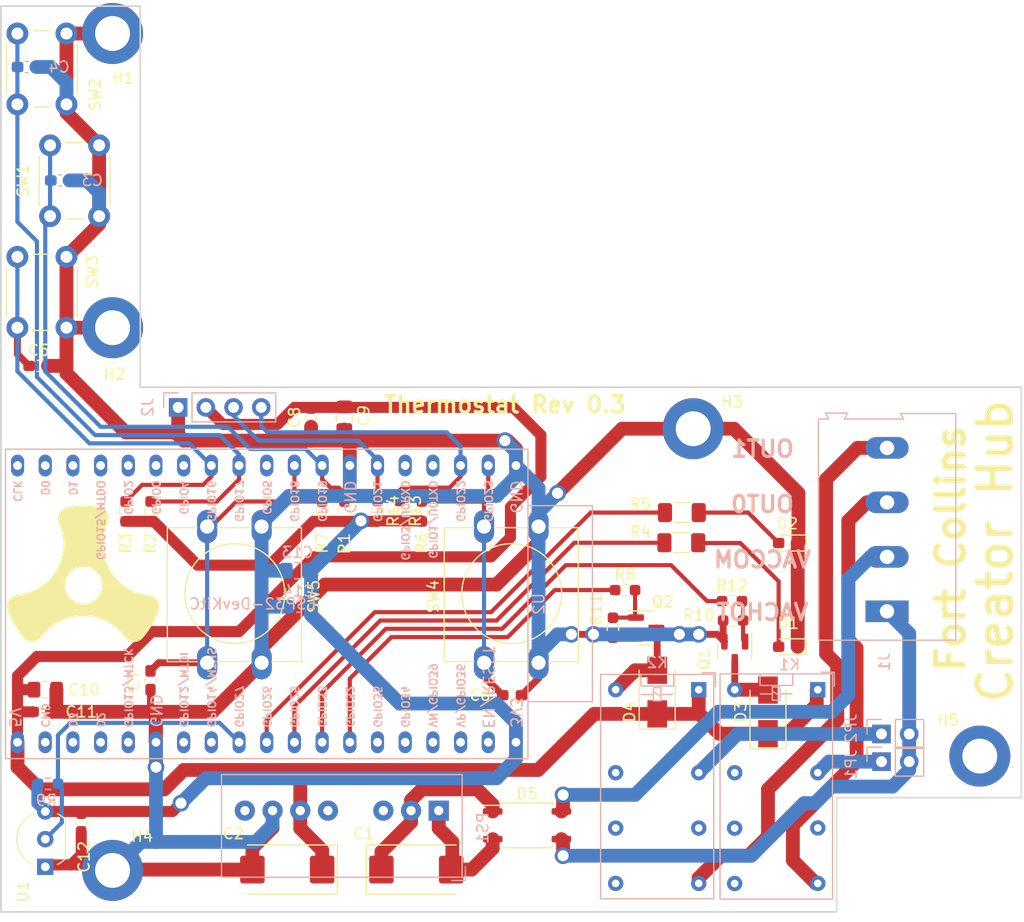
<source format=kicad_pcb>
(kicad_pcb (version 20211014) (generator pcbnew)
  (layers (0 "F.Cu" signal) (31 "B.Cu" signal) (34 "B.Paste" user) (35 "F.Paste" user) (36 "B.SilkS" user "B.Silkscreen") (37 "F.SilkS" user "F.Silkscreen") (38 "B.Mask" user) (39 "F.Mask" user) (44 "Edge.Cuts" user))
  (net 0 "")
  (net 1 "GND")
  (net 2 "/TEMP_DATA")
  (net 3 "/SDA")
  (net 4 "/SCL")
  (net 5 "/SET_SWITCH")
  (net 6 "+5V")
  (net 7 "/UP_SWITCH")
  (net 8 "/DOWN_SWITCH")
  (net 9 "Net-(D1-Pad2)")
  (net 10 "Net-(D2-Pad2)")
  (net 11 "/RELAY_OUTA0")
  (net 12 "/RELAY_OUTB0")
  (net 14 "Net-(D3-Pad2)")
  (net 15 "Net-(D4-Pad2)")
  (net 17 "/RELAY_DRIVE0")
  (net 20 "/RELAY_OUTB1")
  (net 21 "Net-(Q1-Pad1)")
  (net 22 "/RELAY_DRIVE1")
  (net 23 "Net-(C1-Pad1)")
  (net 45 "Net-(Q2-Pad1)")
  (net 49 "/LED0")
  (net 51 "Net-(C1-Pad2)")
  (net 52 "+3.3V")
  (net 53 "/VACHOT")
  (net 54 "/VACCOM")
  (net 55 "/LED1")
  (net 56 "/SWITCH0")
  (net 57 "/SWITCH1")
  (net 62 "/RELAY_OUTA1")
  (footprint "Button_Switch_THT:SW_PUSH-12mm" (layer "F.Cu") (at 69.7122 85.6658 90)
    (fp_text reference "SW4")
    (fp_text value "SW_Push" hide)
  )
  (footprint "Button_Switch_THT:SW_PUSH_6mm" (layer "F.Cu") (at 26.9092 54.9136 90)
    (fp_text reference "SW3")
    (fp_text value "SW_Push" hide)
  )
  (footprint "Button_Switch_THT:SW_PUSH_6mm" (layer "F.Cu") (at 26.9092 34.4158 90)
    (fp_text reference "SW2")
    (fp_text value "SW_Push" hide)
  )
  (footprint "Button_Switch_THT:SW_PUSH_6mm" (layer "F.Cu") (at 29.9064 44.6774 90)
    (fp_text reference "SW1")
    (fp_text value "SW_Push" hide)
  )
  (footprint "Resistor_SMD:R_0603_1608Metric_Pad0.98x0.95mm_HandSolder" (layer "F.Cu") (at 82.6535 78.994)
    (fp_text reference "R8")
    (fp_text value "100" hide)
  )
  (footprint "Resistor_SMD:R_0603_1608Metric_Pad0.98x0.95mm_HandSolder" (layer "F.Cu") (at 54.864 71.7785 90)
    (fp_text reference "R7")
    (fp_text value "10K" hide)
  )
  (footprint "Resistor_SMD:R_0603_1608Metric_Pad0.98x0.95mm_HandSolder" (layer "F.Cu") (at 64.008 71.7785 90)
    (fp_text reference "R6")
    (fp_text value "10K" hide)
  )
  (footprint "Resistor_SMD:R_1206_3216Metric_Pad1.30x1.75mm_HandSolder" (layer "F.Cu") (at 87.858 71.882)
    (fp_text reference "R5")
    (fp_text value "118" hide)
  )
  (footprint "Resistor_SMD:R_1206_3216Metric_Pad1.30x1.75mm_HandSolder" (layer "F.Cu") (at 87.8072 74.6506)
    (fp_text reference "R4")
    (fp_text value "63.4" hide)
  )
  (footprint "Resistor_SMD:R_0603_1608Metric_Pad0.98x0.95mm_HandSolder" (layer "F.Cu") (at 36.83 71.7785 90)
    (fp_text reference "R3")
    (fp_text value "10K" hide)
  )
  (footprint "Resistor_SMD:R_0603_1608Metric_Pad0.98x0.95mm_HandSolder" (layer "F.Cu") (at 39.116 71.7785 90)
    (fp_text reference "R2")
    (fp_text value "10K" hide)
  )
  (footprint "Resistor_SMD:R_0603_1608Metric_Pad0.98x0.95mm_HandSolder" (layer "F.Cu") (at 56.896 71.7785 90)
    (fp_text reference "R1")
    (fp_text value "10K" hide)
  )
  (footprint "Button_Switch_THT:SW_PUSH-12mm" (layer "F.Cu") (at 44.3122 85.6658 90)
    (fp_text reference "SW5")
    (fp_text value "SW_Push" hide)
  )
  (footprint "Package_TO_SOT_THT:TO-92_Inline_Wide" (layer "F.Cu") (at 29.464 104.394 90)
    (fp_text reference "U1")
    (fp_text value "DS18B20")
  )
  (footprint "LED_SMD:LED_0603_1608Metric_Pad1.05x0.95mm_HandSolder" (layer "F.Cu") (at 97.6122 74.676 180)
    (fp_text reference "D2")
    (fp_text value "150080SS75000" hide)
  )
  (footprint "LED_SMD:LED_0603_1608Metric_Pad1.05x0.95mm_HandSolder" (layer "F.Cu") (at 97.6122 84.201 180)
    (fp_text reference "D1")
    (fp_text value "150080VS75000" hide)
  )
  (footprint "Package_TO_SOT_SMD:SOT-23" (layer "F.Cu") (at 92.71 84.6605 -90)
    (fp_text reference "Q1")
    (fp_text value "SI2310B" hide)
  )
  (footprint "Diode_SMD:D_SMA" (layer "F.Cu") (at 85.598 88.36 90)
    (fp_text reference "D4")
    (fp_text value "S1A" hide)
  )
  (footprint "Capacitor_SMD:C_0805_2012Metric_Pad1.18x1.45mm_HandSolder" (layer "F.Cu") (at 56.896 63.2245 -90)
    (fp_text reference "C9")
    (fp_text value "1.0u" hide)
  )
  (footprint "Capacitor_SMD:C_0603_1608Metric_Pad1.08x0.95mm_HandSolder" (layer "F.Cu") (at 72.2895 88.646)
    (fp_text reference "C6")
    (fp_text value "22000p" hide)
  )
  (footprint "Capacitor_SMD:C_0603_1608Metric_Pad1.08x0.95mm_HandSolder" (layer "F.Cu") (at 53.848 63.1455 -90)
    (fp_text reference "C8")
    (fp_text value "22000p" hide)
  )
  (footprint "MountingHole:MountingHole_3.2mm_M3_DIN965_Pad" (layer "F.Cu") (at 35.6362 104.7242)
    (fp_text reference "H4")
    (fp_text value "MountingHole_Pad" hide)
  )
  (footprint "Capacitor_SMD:C_0603_1608Metric_Pad1.08x0.95mm_HandSolder" (layer "F.Cu") (at 28.8555 58.42)
    (fp_text reference "C5")
    (fp_text value "22000p" hide)
  )
  (footprint "Resistor_SMD:R_0603_1608Metric_Pad0.98x0.95mm_HandSolder" (layer "F.Cu") (at 92.5595 81.788 180)
    (fp_text reference "R10")
    (fp_text value "10K" hide)
  )
  (footprint "Package_TO_SOT_SMD:SOT-23" (layer "F.Cu") (at 84.582 82.4715)
    (fp_text reference "Q2")
    (fp_text value "SI2310B" hide)
  )
  (footprint "Resistor_SMD:R_0603_1608Metric_Pad0.98x0.95mm_HandSolder" (layer "F.Cu") (at 61.976 71.7315 -90)
    (fp_text reference "R13")
    (fp_text value "DNP")
  )
  (footprint "MountingHole:MountingHole_3.2mm_M3_DIN965_Pad" (layer "F.Cu") (at 35.6362 27.9146)
    (fp_text reference "H1")
    (fp_text value "MountingHole_Pad" hide)
  )
  (footprint "Capacitor_Tantalum_SMD:CP_EIA-7343-43_Kemet-X_Pad2.25x2.55mm_HandSolder" (layer "F.Cu") (at 63.5 104.648)
    (fp_text reference "C1")
    (fp_text value "10uF, 50V" hide)
  )
  (footprint "Capacitor_SMD:C_0603_1608Metric_Pad1.08x0.95mm_HandSolder" (layer "F.Cu") (at 32.766 100.33 -90)
    (fp_text reference "C12")
    (fp_text value "22000p" hide)
  )
  (footprint "projectlib:fcch-logo" (layer "F.Cu") (at 32.959735 86.615448)
    (fp_text reference "REF**" hide)
    (fp_text value "fcch-logo" hide)
  )
  (footprint "Diode_SMD:D_SMA" (layer "F.Cu") (at 95.758 90.1766 90)
    (fp_text reference "D3")
    (fp_text value "S1A" hide)
  )
  (footprint "Capacitor_Tantalum_SMD:CP_EIA-7343-43_Kemet-X_Pad2.25x2.55mm_HandSolder" (layer "F.Cu") (at 51.664 104.648 180)
    (fp_text reference "C2")
    (fp_text value "150uF, 16V" hide)
  )
  (footprint "Resistor_SMD:R_0603_1608Metric_Pad0.98x0.95mm_HandSolder" (layer "F.Cu") (at 59.944 71.7315 -90)
    (fp_text reference "R14")
    (fp_text value "DNP")
  )
  (footprint "MountingHole:MountingHole_3.2mm_M3_DIN965_Pad" (layer "F.Cu") (at 115.189 94.234)
    (fp_text reference "H5")
    (fp_text value "MountingHole_Pad" hide)
  )
  (footprint "Capacitor_SMD:C_0603_1608Metric_Pad1.08x0.95mm_HandSolder" (layer "F.Cu") (at 39.116 87.2755 -90)
    (fp_text reference "C7")
    (fp_text value "22000p" hide)
  )
  (footprint "MountingHole:MountingHole_3.2mm_M3_DIN965_Pad" (layer "F.Cu") (at 35.6362 54.9148)
    (fp_text reference "H2")
    (fp_text value "MountingHole_Pad" hide)
  )
  (footprint "MountingHole:MountingHole_3.2mm_M3_DIN965_Pad" (layer "F.Cu") (at 88.9 64.1858)
    (fp_text reference "H3")
    (fp_text value "MountingHole_Pad" hide)
  )
  (footprint "Capacitor_SMD:C_0805_2012Metric_Pad1.18x1.45mm_HandSolder" (layer "F.Cu") (at 29.464 88.138 180)
    (fp_text reference "C10")
    (fp_text value "1.0u" hide)
  )
  (footprint "Package_SO:SO-4_4.4x3.9mm_P2.54mm" (layer "F.Cu") (at 73.66 100.584)
    (fp_text reference "D5")
    (fp_text value "HD02-T" hide)
  )
  (footprint "Resistor_SMD:R_0603_1608Metric_Pad0.98x0.95mm_HandSolder" (layer "F.Cu") (at 92.456 80.01)
    (fp_text reference "R12")
    (fp_text value "100" hide)
  )
  (footprint "Capacitor_SMD:C_0603_1608Metric_Pad1.08x0.95mm_HandSolder" (layer "F.Cu") (at 29.21 90.17 180)
    (fp_text reference "C11")
    (fp_text value "22000p" hide)
  )
  (footprint "Resistor_SMD:R_0603_1608Metric_Pad0.98x0.95mm_HandSolder" (layer "F.Cu") (at 81.534 82.4465 90)
    (fp_text reference "R11")
    (fp_text value "10K" hide)
  )
  (footprint "Relay_THT:Relay_DPDT_Omron_G5V-2" (layer "B.Cu") (at 100.33 88.138 180)
    (fp_text reference "K1")
    (fp_text value "HK19F-DC_12-SHG" hide)
  )
  (footprint "Connector_PinHeader_2.54mm:PinHeader_1x04_P2.54mm_Vertical" (layer "B.Cu") (at 41.656 62.23 -90)
    (fp_text reference "J2")
    (fp_text value "Conn_01x04_Female" hide)
  )
  (footprint "Resistor_SMD:R_0603_1608Metric_Pad0.98x0.95mm_HandSolder" (layer "B.Cu") (at 29.718 96.774 180)
    (fp_text reference "R9")
    (fp_text value "4.87K" hide)
  )
  (footprint "Capacitor_SMD:C_0603_1608Metric_Pad1.08x0.95mm_HandSolder" (layer "B.Cu") (at 52.6785 80.518 180)
    (fp_text reference "C14")
    (fp_text value "22000p")
  )
  (footprint "Connector_PinHeader_2.54mm:PinHeader_1x02_P2.54mm_Vertical" (layer "B.Cu") (at 106.172 92.202 -90)
    (fp_text reference "JP2")
    (fp_text value "Jumper_2_Bridged" hide)
  )
  (footprint "Espressif:ESP32-DevKitC" (layer "B.Cu") (at 72.64128 92.964 90)
    (fp_text reference "U2")
    (fp_text value "ESP32-DevKitC")
  )
  (footprint "Capacitor_SMD:C_0603_1608Metric_Pad1.08x0.95mm_HandSolder" (layer "B.Cu") (at 27.7865 30.988)
    (fp_text reference "C4")
    (fp_text value "22000p" hide)
  )
  (footprint "Capacitor_SMD:C_0603_1608Metric_Pad1.08x0.95mm_HandSolder" (layer "B.Cu") (at 30.8345 41.402)
    (fp_text reference "C3")
    (fp_text value "22000p" hide)
  )
  (footprint "TerminalBlock:TerminalBlock_Altech_AK300-4_P5.00mm" (layer "B.Cu") (at 106.68 80.946 90)
    (fp_text reference "J1")
    (fp_text value "Screw_Terminal_01x04")
  )
  (footprint "Converter_DCDC:Converter_DCDC_XP_POWER-ITxxxxxS_THT" (layer "B.Cu") (at 65.5574 99.2378 90)
    (fp_text reference "PS1")
    (fp_text value "URB4805S-3WR3" hide)
  )
  (footprint "Relay_THT:Relay_DPDT_Omron_G5V-2" (layer "B.Cu") (at 89.408 88.138 180)
    (fp_text reference "K2")
    (fp_text value "HK19F-DC_12-SHG")
  )
  (footprint "Connector_PinHeader_2.54mm:PinHeader_1x02_P2.54mm_Vertical" (layer "B.Cu") (at 106.172 94.742 -90)
    (fp_text reference "JP1")
    (fp_text value "Jumper_2_Bridged" hide)
  )
  (footprint "Capacitor_SMD:C_0805_2012Metric_Pad1.18x1.45mm_HandSolder" (layer "B.Cu") (at 52.5995 77.216 180)
    (fp_text reference "C13")
    (fp_text value "1.0u")
  )
  (gr_line (start 118.999 98.044) (end 102.0572 98.044) (layer "Edge.Cuts") (width 0.15))
  (gr_line (start 38.1762 60.3758) (end 118.999 60.3758) (layer "Edge.Cuts") (width 0.15))
  (gr_line (start 25.4 25.4) (end 38.1762 25.4) (layer "Edge.Cuts") (width 0.15))
  (gr_line (start 38.1762 25.4) (end 38.1762 60.3758) (layer "Edge.Cuts") (width 0.15))
  (gr_line (start 102.0572 108.5342) (end 25.4 108.5342) (layer "Edge.Cuts") (width 0.15))
  (gr_line (start 25.4 108.5342) (end 25.4 25.4) (layer "Edge.Cuts") (width 0.15))
  (gr_line (start 118.999 60.3758) (end 118.999 98.044) (layer "Edge.Cuts") (width 0.15))
  (gr_line (start 102.0572 98.044) (end 102.0572 108.5342) (layer "Edge.Cuts") (width 0.15))
  (gr_text "VACHOT" (at 95.25 81.026) (layer "B.SilkS") (effects (font (size 1.5 1.5) (thickness 0.3)) (justify mirror)))
  (gr_text "OUT1" (at 95.25 66.04) (layer "B.SilkS") (effects (font (size 1.5 1.5) (thickness 0.3)) (justify mirror)))
  (gr_text "OUT0" (at 95.25 71.12) (layer "B.SilkS") (effects (font (size 1.5 1.5) (thickness 0.3)) (justify mirror)))
  (gr_text "VACCOM" (at 95.25 76.2) (layer "B.SilkS") (effects (font (size 1.5 1.5) (thickness 0.3)) (justify mirror)))
  (gr_text "Fort Collins" (at 112.522 75.184 90) (layer "F.SilkS") (effects (font (size 2.54 2.54) (thickness 0.508))))
  (gr_text "Thermostat Rev 0.3" (at 71.628 61.976) (layer "F.SilkS") (effects (font (size 1.5 1.5) (thickness 0.3))))
  (gr_text "Creator Hub" (at 116.586 75.438 90) (layer "F.SilkS") (effects (font (size 3.048 3.048) (thickness 0.508))))
  (segment (start 41.91 65.024) (end 42.164 65.278) (width 1.27) (layer "F.Cu") (net 1))
  (segment (start 30.0725 90.17) (end 30.48 89.7625) (width 1.27) (layer "F.Cu") (net 1))
  (segment (start 73.152 88.646) (end 74.7122 87.0858) (width 0.635) (layer "F.Cu") (net 1))
  (segment (start 50.3174 100.8126) (end 48.464 102.666) (width 1.27) (layer "F.Cu") (net 1))
  (segment (start 34.4064 38.1774) (end 34.4064 44.6774) (width 1.27) (layer "F.Cu") (net 1))
  (segment (start 88.9 64.1858) (end 92.6338 64.1858) (width 1.27) (layer "F.Cu") (net 1))
  (segment (start 50.3174 99.2378) (end 50.3174 100.8126) (width 1.27) (layer "F.Cu") (net 1))
  (segment (start 98.4872 74.676) (end 98.4872 84.201) (width 1.27) (layer "F.Cu") (net 1))
  (segment (start 49.3122 84.2918) (end 55.118 78.486) (width 1.27) (layer "F.Cu") (net 1))
  (segment (start 79.756 83.058) (end 77.724 83.058) (width 0.635) (layer "F.Cu") (net 1))
  (segment (start 41.656 64.77) (end 41.656 62.23) (width 1.27) (layer "F.Cu") (net 1))
  (segment (start 39.594492 92.937212) (end 39.62128 92.964) (width 1.27) (layer "F.Cu") (net 1))
  (segment (start 36.83 64.516) (end 41.402 64.516) (width 1.27) (layer "F.Cu") (net 1))
  (segment (start 39.116 89.691508) (end 39.116 88.138) (width 0.635) (layer "F.Cu") (net 1))
  (segment (start 35.635 54.9136) (end 35.6362 54.9148) (width 1.27) (layer "F.Cu") (net 1))
  (segment (start 32.766 101.1925) (end 32.766 103.2764) (width 1.016) (layer "F.Cu") (net 1))
  (segment (start 35.635 27.9158) (end 35.6362 27.9146) (width 1.27) (layer "F.Cu") (net 1))
  (segment (start 41.402 64.516) (end 41.91 65.024) (width 1.27) (layer "F.Cu") (net 1))
  (segment (start 35.1282 104.2162) (end 35.6362 104.7242) (width 1.016) (layer "F.Cu") (net 1))
  (segment (start 31.4092 58.2528) (end 31.242 58.42) (width 1.27) (layer "F.Cu") (net 1))
  (segment (start 35.7124 104.648) (end 35.6362 104.7242) (width 1.27) (layer "F.Cu") (net 1))
  (segment (start 82.3722 64.1858) (end 88.9 64.1858) (width 1.27) (layer "F.Cu") (net 1))
  (segment (start 30.48 89.7625) (end 30.48 88.1595) (width 1.27) (layer "F.Cu") (net 1))
  (segment (start 34.4064 44.6774) (end 34.4064 45.4164) (width 1.27) (layer "F.Cu") (net 1))
  (segment (start 57.40128 65.28072) (end 56.896 64.77544) (width 1.27) (layer "F.Cu") (net 1))
  (segment (start 71.882 65.278) (end 72.64128 66.03728) (width 1.27) (layer "F.Cu") (net 1))
  (segment (start 39.594492 90.17) (end 44.808 90.17) (width 1.27) (layer "F.Cu") (net 1))
  (segment (start 87.63 83.058) (end 91.095 83.058) (width 0.635) (layer "F.Cu") (net 1))
  (segment (start 72.64128 66.03728) (end 72.64128 67.564) (width 1.27) (layer "F.Cu") (net 1))
  (segment (start 57.40128 65.28072) (end 57.40128 67.564) (width 1.27) (layer "F.Cu") (net 1))
  (segment (start 31.4092 34.4158) (end 31.4092 35.1802) (width 1.27) (layer "F.Cu") (net 1))
  (segment (start 81.5965 83.4215) (end 81.534 83.359) (width 0.635) (layer "F.Cu") (net 1))
  (segment (start 29.464 104.394) (end 29.6418 104.2162) (width 1.016) (layer "F.Cu") (net 1))
  (segment (start 48.464 104.648) (end 35.7124 104.648) (width 1.27) (layer "F.Cu") (net 1))
  (segment (start 30.48 88.1595) (end 30.5015 88.138) (width 1.27) (layer "F.Cu") (net 1))
  (segment (start 74.7122 71.8458) (end 82.3722 64.1858) (width 1.27) (layer "F.Cu") (net 1))
  (segment (start 56.896 64.77544) (end 56.896 64.262) (width 1.27) (layer "F.Cu") (net 1))
  (segment (start 39.62128 90.17) (end 30.0725 90.17) (width 1.27) (layer "F.Cu") (net 1))
  (segment (start 31.4092 48.4136) (end 31.4092 54.9136) (width 1.27) (layer "F.Cu") (net 1))
  (segment (start 74.7122 74.6398) (end 74.7122 73.1658) (width 1.27) (layer "F.Cu") (net 1))
  (segment (start 29.6418 104.2162) (end 31.8262 104.2162) (width 1.016) (layer "F.Cu") (net 1))
  (segment (start 91.647 81.788) (end 91.647 83.61) (width 0.635) (layer "F.Cu") (net 1))
  (segment (start 31.242 58.42) (end 29.718 58.42) (width 1.27) (layer "F.Cu") (net 1))
  (segment (start 31.8262 104.2162) (end 35.1282 104.2162) (width 1.016) (layer "F.Cu") (net 1))
  (segment (start 39.62128 95.24728) (end 39.624 95.25) (width 1.27) (layer "F.Cu") (net 1))
  (segment (start 81.534 83.359) (end 80.057 83.359) (width 0.635) (layer "F.Cu") (net 1))
  (segment (start 31.4092 59.0952) (end 36.83 64.516) (width 1.27) (layer "F.Cu") (net 1))
  (segment (start 31.4092 58.2528) (end 31.4092 59.0952) (width 1.27) (layer "F.Cu") (net 1))
  (segment (start 41.91 65.024) (end 41.656 64.77) (width 1.27) (layer "F.Cu") (net 1))
  (segment (start 83.6445 83.4215) (end 81.5965 83.4215) (width 0.635) (layer "F.Cu") (net 1))
  (segment (start 53.848 65.278) (end 53.848 64.008) (width 1.27) (layer "F.Cu") (net 1))
  (segment (start 98.552 70.104) (end 98.552 74.6112) (width 1.27) (layer "F.Cu") (net 1))
  (segment (start 55.118 78.486) (end 70.866 78.486) (width 1.27) (layer "F.Cu") (net 1))
  (segment (start 42.164 65.278) (end 53.848 65.278) (width 1.27) (layer "F.Cu") (net 1))
  (segment (start 31.4092 54.9136) (end 35.635 54.9136) (width 1.27) (layer "F.Cu") (net 1))
  (segment (start 31.4092 35.1802) (end 34.4064 38.1774) (width 1.27) (layer "F.Cu") (net 1))
  (segment (start 92.6338 64.1858) (end 98.552 70.104) (width 1.27) (layer "F.Cu") (net 1))
  (segment (start 91.647 83.61) (end 91.76 83.723) (width 0.635) (layer "F.Cu") (net 1))
  (segment (start 53.848 65.278) (end 71.882 65.278) (width 1.27) (layer "F.Cu") (net 1))
  (segment (start 48.464 102.666) (end 48.464 104.648) (width 1.27) (layer "F.Cu") (net 1))
  (segment (start 31.4092 27.9158) (end 35.635 27.9158) (width 1.27) (layer "F.Cu") (net 1))
  (segment (start 44.808 90.17) (end 49.3122 85.6658) (width 1.27) (layer "F.Cu") (net 1))
  (segment (start 39.62128 92.964) (end 39.62128 90.17) (width 1.27) (layer "F.Cu") (net 1))
  (segment (start 98.552 74.6112) (end 98.4872 74.676) (width 1.27) (layer "F.Cu") (net 1))
  (segment (start 74.7122 73.1658) (end 74.7122 71.8458) (width 1.27) (layer "F.Cu") (net 1))
  (segment (start 91.095 83.058) (end 91.76 83.723) (width 0.635) (layer "F.Cu") (net 1))
  (segment (start 31.4092 54.9136) (end 31.4092 58.2528) (width 1.27) (layer "F.Cu") (net 1))
  (segment (start 70.866 78.486) (end 74.7122 74.6398) (width 1.27) (layer "F.Cu") (net 1))
  (segment (start 49.3122 85.6658) (end 49.3122 84.2918) (width 1.27) (layer "F.Cu") (net 1))
  (segment (start 80.057 83.359) (end 79.756 83.058) (width 0.635) (layer "F.Cu") (net 1))
  (segment (start 31.4092 27.9158) (end 31.4092 34.4158) (width 1.27) (layer "F.Cu") (net 1))
  (segment (start 39.594492 90.17) (end 39.116 89.691508) (width 0.635) (layer "F.Cu") (net 1))
  (segment (start 74.7122 87.0858) (end 74.7122 85.6658) (width 0.635) (layer "F.Cu") (net 1))
  (segment (start 39.594492 90.17) (end 39.594492 92.937212) (width 1.27) (layer "F.Cu") (net 1))
  (segment (start 34.4064 45.4164) (end 31.4092 48.4136) (width 1.27) (layer "F.Cu") (net 1))
  (segment (start 39.62128 92.964) (end 39.62128 95.24728) (width 1.27) (layer "F.Cu") (net 1))
  (segment (start 32.766 103.2764) (end 31.8262 104.2162) (width 1.016) (layer "F.Cu") (net 1))
  (via (at 76.454 70.104) (size 1.524) (drill 1.016) (layers "F.Cu" "B.Cu") (net 1))
  (via (at 39.624 95.25) (size 1.524) (drill 1.016) (layers "F.Cu" "B.Cu") (net 1))
  (via (at 77.724 83.058) (size 1.524) (drill 1.016) (layers "F.Cu" "B.Cu") (net 1))
  (via (at 89.408 83.058) (size 1.524) (drill 1.016) (layers "F.Cu" "B.Cu") (net 1))
  (via (at 87.63 83.058) (size 1.524) (drill 1.016) (layers "F.Cu" "B.Cu") (net 1))
  (via (at 79.756 83.058) (size 1.524) (drill 1.016) (layers "F.Cu" "B.Cu") (net 1))
  (via (at 71.628 65.278) (size 1.524) (drill 1.016) (layers "F.Cu" "B.Cu") (net 1))
  (segment (start 74.7122 69.63492) (end 72.64128 67.564) (width 1.27) (layer "B.Cu") (net 1))
  (segment (start 49.3122 77.2522) (end 49.3122 73.1658) (width 1.27) (layer "B.Cu") (net 1))
  (segment (start 57.404 70.358) (end 57.40128 70.35528) (width 1.27) (layer "B.Cu") (net 1))
  (segment (start 51.816 70.358) (end 60.19528 70.358) (width 1.27) (layer "B.Cu") (net 1))
  (segment (start 49.3122 72.8618) (end 51.816 70.358) (width 1.27) (layer "B.Cu") (net 1))
  (segment (start 50.3174 100.5586) (end 50.3174 99.2378) (width 1.27) (layer "B.Cu") (net 1))
  (segment (start 74.7122 85.6658) (end 74.7122 84.7998) (width 1.27) (layer "B.Cu") (net 1))
  (segment (start 72.64128 67.564) (end 72.64128 68.58272) (width 1.27) (layer "B.Cu") (net 1))
  (segment (start 74.7122 73.1658) (end 74.7122 71.8458) (width 1.27) (layer "B.Cu") (net 1))
  (segment (start 39.62128 99.81928) (end 39.62128 92.964) (width 1.27) (layer "B.Cu") (net 1))
  (segment (start 72.64128 67.564) (end 72.64128 66.29128) (width 1.27) (layer "B.Cu") (net 1))
  (segment (start 39.624 99.822) (end 39.624 102.108) (width 1.27) (layer "B.Cu") (net 1))
  (segment (start 79.756 83.058) (end 87.63 83.058) (width 1.27) (layer "B.Cu") (net 1))
  (segment (start 31.4092 32.4252) (end 29.972 30.988) (width 1.27) (layer "B.Cu") (net 1))
  (segment (start 74.7122 73.1658) (end 74.7122 85.6658) (width 1.27) (layer "B.Cu") (net 1))
  (segment (start 51.562 77.216) (end 49.3484 77.216) (width 1.27) (layer "B.Cu") (net 1))
  (segment (start 34.4064 42.5344) (end 33.274 41.402) (width 1.27) (layer "B.Cu") (net 1))
  (segment (start 38.2524 102.108) (end 39.624 102.108) (width 1.27) (layer "B.Cu") (net 1))
  (segment (start 72.64128 68.58272) (end 70.866 70.358) (width 1.27) (layer "B.Cu") (net 1))
  (segment (start 49.3484 77.216) (end 49.3122 77.2522) (width 1.27) (layer "B.Cu") (net 1))
  (segment (start 29.972 30.988) (end 28.649 30.988) (width 1.27) (layer "B.Cu") (net 1))
  (segment (start 35.6362 104.7242) (end 38.2524 102.108) (width 1.27) (layer "B.Cu") (net 1))
  (segment (start 74.7122 84.7998) (end 76.454 83.058) (width 1.27) (layer "B.Cu") (net 1))
  (segment (start 60.19528 70.358) (end 57.404 70.358) (width 1.27) (layer "B.Cu") (net 1))
  (segment (start 49.3122 80.3002) (end 49.3122 77.2522) (width 1.27) (layer "B.Cu") (net 1))
  (segment (start 87.63 83.058) (end 89.408 83.058) (width 1.27) (layer "B.Cu") (net 1))
  (segment (start 39.624 102.108) (end 48.768 102.108) (width 1.27) (layer "B.Cu") (net 1))
  (segment (start 31.4092 34.4158) (end 31.4092 32.4252) (width 1.27) (layer "B.Cu") (net 1))
  (segment (start 57.40128 70.35528) (end 57.40128 67.564) (width 1.27) (layer "B.Cu") (net 1))
  (segment (start 70.866 70.358) (end 60.19528 70.358) (width 1.27) (layer "B.Cu") (net 1))
  (segment (start 49.53 80.518) (end 49.3122 80.3002) (width 1.27) (layer "B.Cu") (net 1))
  (segment (start 48.768 102.108) (end 50.3174 100.5586) (width 1.27) (layer "B.Cu") (net 1))
  (segment (start 76.454 83.058) (end 77.724 83.058) (width 1.27) (layer "B.Cu") (net 1))
  (segment (start 74.7122 71.8458) (end 76.454 70.104) (width 1.27) (layer "B.Cu") (net 1))
  (segment (start 33.274 41.402) (end 31.697 41.402) (width 1.27) (layer "B.Cu") (net 1))
  (segment (start 72.64128 66.29128) (end 71.628 65.278) (width 1.27) (layer "B.Cu") (net 1))
  (segment (start 34.4064 44.6774) (end 34.4064 42.5344) (width 1.27) (layer "B.Cu") (net 1))
  (segment (start 49.3122 85.6658) (end 49.3122 80.3002) (width 1.27) (layer "B.Cu") (net 1))
  (segment (start 74.7122 73.1658) (end 74.7122 69.63492) (width 1.27) (layer "B.Cu") (net 1))
  (segment (start 49.3122 73.1658) (end 49.3122 72.8618) (width 1.27) (layer "B.Cu") (net 1))
  (segment (start 39.624 99.822) (end 39.62128 99.81928) (width 1.27) (layer "B.Cu") (net 1))
  (segment (start 51.816 80.518) (end 49.53 80.518) (width 1.27) (layer "B.Cu") (net 1))
  (segment (start 30.6305 92.31529) (end 30.6305 96.774) (width 0.381) (layer "B.Cu") (net 2))
  (segment (start 29.464 101.854) (end 30.988 100.33) (width 0.381) (layer "B.Cu") (net 2))
  (segment (start 30.988 100.33) (end 30.988 97.1315) (width 0.381) (layer "B.Cu") (net 2))
  (segment (start 30.988 97.1315) (end 30.6305 96.774) (width 0.381) (layer "B.Cu") (net 2))
  (segment (start 47.24128 92.964) (end 45.46328 91.186) (width 0.381) (layer "B.Cu") (net 2))
  (segment (start 31.75979 91.186) (end 30.6305 92.31529) (width 0.381) (layer "B.Cu") (net 2))
  (segment (start 45.46328 91.186) (end 31.75979 91.186) (width 0.381) (layer "B.Cu") (net 2))
  (segment (start 59.944 70.819) (end 59.944 67.56672) (width 0.381) (layer "F.Cu") (net 3))
  (segment (start 59.944 67.56672) (end 59.94128 67.564) (width 0.381) (layer "F.Cu") (net 3))
  (segment (start 59.94128 67.05328) (end 59.94128 67.564) (width 0.381) (layer "B.Cu") (net 3))
  (segment (start 49.022 65.278) (end 58.166 65.278) (width 0.381) (layer "B.Cu") (net 3))
  (segment (start 58.166 65.278) (end 59.94128 67.05328) (width 0.381) (layer "B.Cu") (net 3))
  (segment (start 46.736 62.992) (end 49.022 65.278) (width 0.381) (layer "B.Cu") (net 3))
  (segment (start 61.976 70.819) (end 61.976 69.85) (width 0.381) (layer "F.Cu") (net 4))
  (segment (start 67.56128 68.58272) (end 67.56128 67.564) (width 0.381) (layer "F.Cu") (net 4))
  (segment (start 61.976 69.85) (end 62.23 69.596) (width 0.381) (layer "F.Cu") (net 4))
  (segment (start 66.548 69.596) (end 67.56128 68.58272) (width 0.381) (layer "F.Cu") (net 4))
  (segment (start 62.23 69.596) (end 66.548 69.596) (width 0.381) (layer "F.Cu") (net 4))
  (segment (start 49.276 63.9445) (end 49.8475 64.516) (width 0.381) (layer "B.Cu") (net 4))
  (segment (start 67.56128 65.78328) (end 67.56128 67.564) (width 0.381) (layer "B.Cu") (net 4))
  (segment (start 49.276 62.992) (end 49.276 63.9445) (width 0.381) (layer "B.Cu") (net 4))
  (segment (start 66.294 64.516) (end 67.56128 65.78328) (width 0.381) (layer "B.Cu") (net 4))
  (segment (start 49.8475 64.516) (end 66.294 64.516) (width 0.381) (layer "B.Cu") (net 4))
  (segment (start 54.86128 68.83128) (end 55.626 69.596) (width 0.381) (layer "F.Cu") (net 5))
  (segment (start 56.388 69.596) (end 56.896 70.104) (width 0.381) (layer "F.Cu") (net 5))
  (segment (start 54.86128 67.564) (end 54.86128 68.83128) (width 0.381) (layer "F.Cu") (net 5))
  (segment (start 55.626 69.596) (end 56.388 69.596) (width 0.381) (layer "F.Cu") (net 5))
  (segment (start 56.896 70.104) (end 56.896 70.866) (width 0.381) (layer "F.Cu") (net 5))
  (segment (start 29.9064 44.6774) (end 29.9064 38.1774) (width 0.381) (layer "B.Cu") (net 5))
  (segment (start 53.33728 66.04) (end 54.86128 67.564) (width 0.381) (layer "B.Cu") (net 5))
  (segment (start 29.9064 44.6774) (end 29.464 45.1198) (width 0.381) (layer "B.Cu") (net 5))
  (segment (start 48.26 66.04) (end 53.33728 66.04) (width 0.381) (layer "B.Cu") (net 5))
  (segment (start 46.228 64.008) (end 48.26 66.04) (width 0.381) (layer "B.Cu") (net 5))
  (segment (start 29.464 45.1198) (end 29.464 58.928) (width 0.381) (layer "B.Cu") (net 5))
  (segment (start 29.464 58.928) (end 34.544 64.008) (width 0.381) (layer "B.Cu") (net 5))
  (segment (start 34.544 64.008) (end 46.228 64.008) (width 0.381) (layer "B.Cu") (net 5))
  (segment (start 28.34478 90.17272) (end 28.3475 90.17) (width 1.016) (layer "F.Cu") (net 6))
  (segment (start 54.864 102.87) (end 54.864 104.648) (width 1.27) (layer "F.Cu") (net 6))
  (segment (start 74.93 64.77) (end 72.39 62.23) (width 1.016) (layer "F.Cu") (net 6))
  (segment (start 40.386 97.282) (end 42.164 95.504) (width 1.27) (layer "F.Cu") (net 6))
  (segment (start 39.243 82.804) (end 47.244 82.804) (width 1.016) (layer "F.Cu") (net 6))
  (segment (start 50.7628 63.7912) (end 45.7572 63.7912) (width 1.016) (layer "F.Cu") (net 6))
  (segment (start 100.2317 88.138) (end 100.2317 89.5063) (width 1.27) (layer "F.Cu") (net 6))
  (segment (start 70.358 75.946) (end 72.136 74.168) (width 1.016) (layer "F.Cu") (net 6))
  (segment (start 72.39 62.23) (end 52.324 62.23) (width 1.016) (layer "F.Cu") (net 6))
  (segment (start 52.8574 95.9866) (end 52.8066 95.9866) (width 1.27) (layer "F.Cu") (net 6))
  (segment (start 52.8574 95.9866) (end 52.8574 99.2378) (width 1.27) (layer "F.Cu") (net 6))
  (segment (start 26.92128 90.17272) (end 26.92128 88.13528) (width 1.016) (layer "F.Cu") (net 6))
  (segment (start 52.832 96.012) (end 52.8574 95.9866) (width 1.27) (layer "F.Cu") (net 6))
  (segment (start 28.956 97.282) (end 40.386 97.282) (width 1.27) (layer "F.Cu") (net 6))
  (segment (start 91.2876 92.1766) (end 89.471 90.36) (width 1.27) (layer "F.Cu") (net 6))
  (segment (start 52.8574 99.2378) (end 52.8574 100.8634) (width 1.27) (layer "F.Cu") (net 6))
  (segment (start 72.136 71.374) (end 74.93 68.58) (width 1.016) (layer "F.Cu") (net 6))
  (segment (start 26.92128 92.964) (end 26.92128 90.17272) (width 1.016) (layer "F.Cu") (net 6))
  (segment (start 26.92128 88.13528) (end 28.42378 88.13528) (width 1.016) (layer "F.Cu") (net 6))
  (segment (start 100.2317 89.5063) (end 97.5614 92.1766) (width 1.27) (layer "F.Cu") (net 6))
  (segment (start 54.102 75.946) (end 70.358 75.946) (width 1.016) (layer "F.Cu") (net 6))
  (segment (start 72.136 74.168) (end 72.136 71.374) (width 1.016) (layer "F.Cu") (net 6))
  (segment (start 52.324 62.23) (end 50.7628 63.7912) (width 1.016) (layer "F.Cu") (net 6))
  (segment (start 89.471 90.36) (end 85.598 90.36) (width 1.27) (layer "F.Cu") (net 6))
  (segment (start 26.92128 95.24728) (end 28.956 97.282) (width 1.27) (layer "F.Cu") (net 6))
  (segment (start 42.164 95.504) (end 52.324 95.504) (width 1.27) (layer "F.Cu") (net 6))
  (segment (start 26.92128 92.964) (end 26.92128 95.24728) (width 1.27) (layer "F.Cu") (net 6))
  (segment (start 74.93 68.58) (end 74.93 64.77) (width 1.016) (layer "F.Cu") (net 6))
  (segment (start 36.957 85.09) (end 39.243 82.804) (width 1.016) (layer "F.Cu") (net 6))
  (segment (start 79.82 90.36) (end 85.598 90.36) (width 1.27) (layer "F.Cu") (net 6))
  (segment (start 97.5614 92.1766) (end 91.2876 92.1766) (width 1.27) (layer "F.Cu") (net 6))
  (segment (start 28.42378 88.13528) (end 28.4265 88.138) (width 1.016) (layer "F.Cu") (net 6))
  (segment (start 26.92128 88.13528) (end 26.92128 86.87072) (width 1.016) (layer "F.Cu") (net 6))
  (segment (start 28.702 85.09) (end 36.957 85.09) (width 1.016) (layer "F.Cu") (net 6))
  (segment (start 52.8574 100.8634) (end 54.864 102.87) (width 1.27) (layer "F.Cu") (net 6))
  (segment (start 52.324 95.504) (end 74.676 95.504) (width 1.27) (layer "F.Cu") (net 6))
  (segment (start 89.408 90.36) (end 89.408 88.138) (width 1.27) (layer "F.Cu") (net 6))
  (segment (start 26.92128 86.87072) (end 28.702 85.09) (width 1.016) (layer "F.Cu") (net 6))
  (segment (start 47.244 82.804) (end 54.102 75.946) (width 1.016) (layer "F.Cu") (net 6))
  (segment (start 45.7572 63.7912) (end 44.196 62.23) (width 1.016) (layer "F.Cu") (net 6))
  (segment (start 26.92128 90.17272) (end 28.34478 90.17272) (width 1.016) (layer "F.Cu") (net 6))
  (segment (start 52.8066 95.9866) (end 52.324 95.504) (width 1.27) (layer "F.Cu") (net 6))
  (segment (start 74.676 95.504) (end 79.82 90.36) (width 1.27) (layer "F.Cu") (net 6))
  (segment (start 47.24128 68.83672) (end 47.24128 67.564) (width 0.381) (layer "F.Cu") (net 7))
  (segment (start 39.116 70.866) (end 45.212 70.866) (width 0.381) (layer "F.Cu") (net 7))
  (segment (start 45.212 70.866) (end 47.24128 68.83672) (width 0.381) (layer "F.Cu") (net 7))
  (segment (start 26.9092 34.4158) (end 26.9092 27.9158) (width 0.381) (layer "B.Cu") (net 7))
  (segment (start 26.9092 34.4158) (end 26.9092 45.1972) (width 0.381) (layer "B.Cu") (net 7))
  (segment (start 28.702 59.436) (end 34.036 64.77) (width 0.381) (layer "B.Cu") (net 7))
  (segment (start 34.036 64.77) (end 45.466 64.77) (width 0.381) (layer "B.Cu") (net 7))
  (segment (start 26.9092 45.1972) (end 28.702 46.99) (width 0.381) (layer "B.Cu") (net 7))
  (segment (start 47.24128 66.54528) (end 47.24128 67.564) (width 0.381) (layer "B.Cu") (net 7))
  (segment (start 45.466 64.77) (end 47.24128 66.54528) (width 0.381) (layer "B.Cu") (net 7))
  (segment (start 28.702 46.99) (end 28.702 59.436) (width 0.381) (layer "B.Cu") (net 7))
  (segment (start 44.70128 67.564) (end 44.70128 68.58272) (width 0.381) (layer "F.Cu") (net 8))
  (segment (start 44.70128 68.58272) (end 43.942 69.342) (width 0.381) (layer "F.Cu") (net 8))
  (segment (start 27.993 58.42) (end 26.9092 57.3362) (width 0.635) (layer "F.Cu") (net 8))
  (segment (start 26.9092 57.3362) (end 26.9092 54.9136) (width 0.635) (layer "F.Cu") (net 8))
  (segment (start 38.354 69.342) (end 36.83 70.866) (width 0.381) (layer "F.Cu") (net 8))
  (segment (start 43.942 69.342) (end 38.354 69.342) (width 0.381) (layer "F.Cu") (net 8))
  (segment (start 33.528 65.532) (end 42.66928 65.532) (width 0.381) (layer "B.Cu") (net 8))
  (segment (start 26.9092 58.9132) (end 33.528 65.532) (width 0.381) (layer "B.Cu") (net 8))
  (segment (start 26.9092 54.9136) (end 26.9092 58.9132) (width 0.381) (layer "B.Cu") (net 8))
  (segment (start 26.9092 54.9136) (end 26.9092 48.4136) (width 0.381) (layer "B.Cu") (net 8))
  (segment (start 42.66928 65.532) (end 44.70128 67.564) (width 0.381) (layer "B.Cu") (net 8))
  (segment (start 96.7372 78.1952) (end 96.7372 84.201) (width 0.381) (layer "F.Cu") (net 9))
  (segment (start 93.218 74.676) (end 96.7372 78.1952) (width 0.381) (layer "F.Cu") (net 9))
  (segment (start 89.3826 74.676) (end 93.218 74.676) (width 0.381) (layer "F.Cu") (net 9))
  (segment (start 89.3572 74.6506) (end 89.3826 74.676) (width 0.381) (layer "F.Cu") (net 9))
  (segment (start 96.7372 74.676) (end 93.9432 71.882) (width 0.381) (layer "F.Cu") (net 10))
  (segment (start 93.9432 71.882) (end 89.408 71.882) (width 0.381) (layer "F.Cu") (net 10))
  (segment (start 103.886 94.742) (end 98.044 100.584) (width 1.27) (layer "F.Cu") (net 11))
  (segment (start 106.68 70.946) (end 104.822 70.946) (width 1.27) (layer "F.Cu") (net 11))
  (segment (start 103.124 83.566) (end 103.886 84.328) (width 1.27) (layer "F.Cu") (net 11))
  (segment (start 103.886 84.328) (end 103.886 94.742) (width 1.27) (layer "F.Cu") (net 11))
  (segment (start 103.124 72.644) (end 103.124 83.566) (width 1.27) (layer "F.Cu") (net 11))
  (segment (start 100.15385 105.918) (end 100.2317 105.918) (width 1.27) (layer "F.Cu") (net 11))
  (segment (start 98.044 103.80815) (end 100.15385 105.918) (width 1.27) (layer "F.Cu") (net 11))
  (segment (start 98.044 100.584) (end 98.044 103.80815) (width 1.27) (layer "F.Cu") (net 11))
  (segment (start 104.822 70.946) (end 103.124 72.644) (width 1.27) (layer "F.Cu") (net 11))
  (segment (start 106.172 94.742) (end 101.346 94.742) (width 1.27) (layer "B.Cu") (net 12))
  (segment (start 101.346 94.742) (end 100.33 95.758) (width 1.27) (layer "B.Cu") (net 12))
  (segment (start 95.7194 88.138) (end 95.758 88.1766) (width 1.27) (layer "F.Cu") (net 14))
  (segment (start 92.71 88.138) (end 95.7194 88.138) (width 1.27) (layer "F.Cu") (net 14))
  (segment (start 92.71 85.598) (end 92.71 88.138) (width 0.635) (layer "F.Cu") (net 14))
  (segment (start 85.598 82.55) (end 85.598 86.36) (width 0.635) (layer "F.Cu") (net 15))
  (segment (start 85.598 86.36) (end 83.566 86.36) (width 1.27) (layer "F.Cu") (net 15))
  (segment (start 83.566 86.36) (end 81.788 88.138) (width 1.27) (layer "F.Cu") (net 15))
  (segment (start 85.5195 82.4715) (end 85.598 82.55) (width 0.635) (layer "F.Cu") (net 15))
  (segment (start 71.374 82.55) (end 77.216 76.708) (width 0.381) (layer "F.Cu") (net 17))
  (segment (start 54.86128 88.39472) (end 60.706 82.55) (width 0.381) (layer "F.Cu") (net 17))
  (segment (start 54.86128 92.964) (end 54.86128 88.39472) (width 0.381) (layer "F.Cu") (net 17))
  (segment (start 86.868 76.708) (end 90.17 80.01) (width 0.381) (layer "F.Cu") (net 17))
  (segment (start 90.17 80.01) (end 91.647 80.01) (width 0.381) (layer "F.Cu") (net 17))
  (segment (start 77.216 76.708) (end 86.868 76.708) (width 0.381) (layer "F.Cu") (net 17))
  (segment (start 60.706 82.55) (end 71.374 82.55) (width 0.381) (layer "F.Cu") (net 17))
  (segment (start 92.964 92.202) (end 106.172 92.202) (width 1.27) (layer "B.Cu") (net 20))
  (segment (start 89.408 95.758) (end 92.964 92.202) (width 1.27) (layer "B.Cu") (net 20))
  (segment (start 93.472 83.535) (end 93.66 83.723) (width 0.381) (layer "F.Cu") (net 21))
  (segment (start 93.472 80.01) (end 93.472 81.788) (width 0.381) (layer "F.Cu") (net 21))
  (segment (start 93.472 81.788) (end 93.472 83.535) (width 0.381) (layer "F.Cu") (net 21))
  (segment (start 61.214 83.312) (end 71.882 83.312) (width 0.381) (layer "F.Cu") (net 22))
  (segment (start 76.2 78.994) (end 81.741 78.994) (width 0.381) (layer "F.Cu") (net 22))
  (segment (start 57.40128 87.12472) (end 61.214 83.312) (width 0.381) (layer "F.Cu") (net 22))
  (segment (start 71.882 83.312) (end 76.2 78.994) (width 0.381) (layer "F.Cu") (net 22))
  (segment (start 57.40128 92.964) (end 57.40128 87.12472) (width 0.381) (layer "F.Cu") (net 22))
  (segment (start 60.3 103.022) (end 60.3 104.648) (width 1.27) (layer "F.Cu") (net 23))
  (segment (start 70.51 98.704) (end 70.51 99.314) (width 1.27) (layer "F.Cu") (net 23))
  (segment (start 63.0174 100.3046) (end 60.3 103.022) (width 1.27) (layer "F.Cu") (net 23))
  (segment (start 63.0174 99.2378) (end 63.0174 100.3046) (width 1.27) (layer "F.Cu") (net 23))
  (segment (start 64.008 97.282) (end 69.088 97.282) (width 1.27) (layer "F.Cu") (net 23))
  (segment (start 63.0174 98.2726) (end 64.008 97.282) (width 1.27) (layer "F.Cu") (net 23))
  (segment (start 63.0174 99.2378) (end 63.0174 98.2726) (width 1.27) (layer "F.Cu") (net 23))
  (segment (start 69.088 97.282) (end 70.51 98.704) (width 1.27) (layer "F.Cu") (net 23))
  (segment (start 83.6445 81.5215) (end 81.5465 81.5215) (width 0.381) (layer "F.Cu") (net 45))
  (segment (start 83.566 81.443) (end 83.6445 81.5215) (width 0.381) (layer "F.Cu") (net 45))
  (segment (start 83.566 78.994) (end 83.566 81.443) (width 0.381) (layer "F.Cu") (net 45))
  (segment (start 81.5465 81.5215) (end 81.534 81.534) (width 0.381) (layer "F.Cu") (net 45))
  (segment (start 70.866 81.788) (end 78.0034 74.6506) (width 0.381) (layer "F.Cu") (net 49))
  (segment (start 52.32128 92.964) (end 52.32128 89.66472) (width 0.381) (layer "F.Cu") (net 49))
  (segment (start 78.0034 74.6506) (end 86.2572 74.6506) (width 0.381) (layer "F.Cu") (net 49))
  (segment (start 60.198 81.788) (end 70.866 81.788) (width 0.381) (layer "F.Cu") (net 49))
  (segment (start 52.32128 89.66472) (end 60.198 81.788) (width 0.381) (layer "F.Cu") (net 49))
  (segment (start 70.51 102.718) (end 70.51 101.854) (width 1.27) (layer "F.Cu") (net 51))
  (segment (start 65.5574 99.2378) (end 65.5574 100.8634) (width 1.27) (layer "F.Cu") (net 51))
  (segment (start 66.802 102.108) (end 66.802 104.546) (width 1.27) (layer "F.Cu") (net 51))
  (segment (start 66.7 104.648) (end 68.58 104.648) (width 1.27) (layer "F.Cu") (net 51))
  (segment (start 66.802 104.546) (end 66.7 104.648) (width 1.27) (layer "F.Cu") (net 51))
  (segment (start 68.58 104.648) (end 70.51 102.718) (width 1.27) (layer "F.Cu") (net 51))
  (segment (start 65.5574 100.8634) (end 66.802 102.108) (width 1.27) (layer "F.Cu") (net 51))
  (segment (start 54.055 72.691) (end 50.038 76.708) (width 1.016) (layer "F.Cu") (net 52))
  (segment (start 54.864 72.691) (end 54.055 72.691) (width 1.016) (layer "F.Cu") (net 52))
  (segment (start 39.116 72.691) (end 36.83 72.691) (width 1.016) (layer "F.Cu") (net 52))
  (segment (start 29.464 99.314) (end 41.148 99.314) (width 1.016) (layer "F.Cu") (net 52))
  (segment (start 59.944 72.644) (end 61.976 72.644) (width 1.016) (layer "F.Cu") (net 52))
  (segment (start 63.961 72.644) (end 64.008 72.691) (width 1.016) (layer "F.Cu") (net 52))
  (segment (start 59.897 72.691) (end 59.944 72.644) (width 1.016) (layer "F.Cu") (net 52))
  (segment (start 56.896 72.691) (end 54.864 72.691) (width 1.016) (layer "F.Cu") (net 52))
  (segment (start 61.976 72.644) (end 63.961 72.644) (width 1.016) (layer "F.Cu") (net 52))
  (segment (start 50.038 76.708) (end 43.434 76.708) (width 1.016) (layer "F.Cu") (net 52))
  (segment (start 41.148 99.314) (end 41.91 98.552) (width 1.016) (layer "F.Cu") (net 52))
  (segment (start 56.896 72.691) (end 59.897 72.691) (width 1.016) (layer "F.Cu") (net 52))
  (segment (start 39.417 72.691) (end 39.116 72.691) (width 1.016) (layer "F.Cu") (net 52))
  (segment (start 43.434 76.708) (end 39.417 72.691) (width 1.016) (layer "F.Cu") (net 52))
  (via (at 41.91 98.552) (size 1.524) (drill 1.016) (layers "F.Cu" "B.Cu") (net 52))
  (via (at 58.42 72.644) (size 1.524) (drill 1.016) (layers "F.Cu" "B.Cu") (net 52))
  (segment (start 28.702 96.8775) (end 28.8055 96.774) (width 1.016) (layer "B.Cu") (net 52))
  (segment (start 53.848 77.216) (end 58.42 72.644) (width 1.27) (layer "B.Cu") (net 52))
  (segment (start 72.64128 91.18328) (end 70.866 89.408) (width 1.27) (layer "B.Cu") (net 52))
  (segment (start 72.64128 92.964) (end 72.64128 94.49072) (width 1.27) (layer "B.Cu") (net 52))
  (segment (start 70.866 96.266) (end 44.196 96.266) (width 1.27) (layer "B.Cu") (net 52))
  (segment (start 72.64128 92.964) (end 72.64128 91.18328) (width 1.27) (layer "B.Cu") (net 52))
  (segment (start 53.848 81.28) (end 53.848 77.216) (width 1.27) (layer "B.Cu") (net 52))
  (segment (start 72.64128 94.49072) (end 70.866 96.266) (width 1.27) (layer "B.Cu") (net 52))
  (segment (start 70.866 89.408) (end 61.976 89.408) (width 1.27) (layer "B.Cu") (net 52))
  (segment (start 28.702 98.552) (end 28.702 96.8775) (width 1.016) (layer "B.Cu") (net 52))
  (segment (start 29.464 99.314) (end 28.702 98.552) (width 1.016) (layer "B.Cu") (net 52))
  (segment (start 61.976 89.408) (end 53.848 81.28) (width 1.27) (layer "B.Cu") (net 52))
  (segment (start 44.196 96.266) (end 41.91 98.552) (width 1.27) (layer "B.Cu") (net 52))
  (segment (start 76.962 102.006) (end 76.81 101.854) (width 1.27) (layer "F.Cu") (net 53))
  (segment (start 76.962 103.378) (end 76.962 102.006) (width 1.27) (layer "F.Cu") (net 53))
  (via (at 76.962 103.378) (size 1.524) (drill 1.016) (layers "F.Cu" "B.Cu") (net 53))
  (segment (start 99.06 98.552) (end 94.234 103.378) (width 1.27) (layer "B.Cu") (net 53))
  (segment (start 101.6 97.028) (end 100.076 98.552) (width 1.27) (layer "B.Cu") (net 53))
  (segment (start 100.076 98.552) (end 99.06 98.552) (width 1.27) (layer "B.Cu") (net 53))
  (segment (start 94.234 103.378) (end 76.962 103.378) (width 1.27) (layer "B.Cu") (net 53))
  (segment (start 108.712 94.742) (end 108.712 95.504) (width 1.27) (layer "B.Cu") (net 53))
  (segment (start 108.712 92.202) (end 108.712 94.742) (width 1.27) (layer "B.Cu") (net 53))
  (segment (start 107.188 97.028) (end 101.6 97.028) (width 1.27) (layer "B.Cu") (net 53))
  (segment (start 108.712 82.978) (end 108.712 92.202) (width 1.27) (layer "B.Cu") (net 53))
  (segment (start 108.712 95.504) (end 107.188 97.028) (width 1.27) (layer "B.Cu") (net 53))
  (segment (start 106.68 80.946) (end 108.712 82.978) (width 1.27) (layer "B.Cu") (net 53))
  (segment (start 76.962 97.79) (end 76.962 99.162) (width 1.27) (layer "F.Cu") (net 54))
  (segment (start 76.962 99.162) (end 76.81 99.314) (width 1.27) (layer "F.Cu") (net 54))
  (via (at 76.962 97.79) (size 1.524) (drill 1.016) (layers "F.Cu" "B.Cu") (net 54))
  (segment (start 101.6 90.17) (end 91.186 90.17) (width 1.27) (layer "B.Cu") (net 54))
  (segment (start 106.68 75.946) (end 105.156 75.946) (width 1.27) (layer "B.Cu") (net 54))
  (segment (start 83.566 97.79) (end 76.962 97.79) (width 1.27) (layer "B.Cu") (net 54))
  (segment (start 105.156 75.946) (end 103.124 77.978) (width 1.27) (layer "B.Cu") (net 54))
  (segment (start 103.124 88.646) (end 101.6 90.17) (width 1.27) (layer "B.Cu") (net 54))
  (segment (start 91.186 90.17) (end 83.566 97.79) (width 1.27) (layer "B.Cu") (net 54))
  (segment (start 103.124 77.978) (end 103.124 88.646) (width 1.27) (layer "B.Cu") (net 54))
  (segment (start 49.78128 90.93472) (end 49.78128 92.964) (width 0.381) (layer "F.Cu") (net 55))
  (segment (start 70.358 81.026) (end 59.69 81.026) (width 0.381) (layer "F.Cu") (net 55))
  (segment (start 79.502 71.882) (end 70.358 81.026) (width 0.381) (layer "F.Cu") (net 55))
  (segment (start 59.69 81.026) (end 49.78128 90.93472) (width 0.381) (layer "F.Cu") (net 55))
  (segment (start 86.308 71.882) (end 79.502 71.882) (width 0.381) (layer "F.Cu") (net 55))
  (segment (start 68.072 70.866) (end 64.008 70.866) (width 0.381) (layer "F.Cu") (net 56))
  (segment (start 70.10128 67.564) (end 70.10128 70.36072) (width 0.381) (layer "F.Cu") (net 56))
  (segment (start 68.072 70.866) (end 69.7122 70.866) (width 0.381) (layer "F.Cu") (net 56))
  (segment (start 69.7122 86.9312) (end 69.7122 85.6658) (width 0.635) (layer "F.Cu") (net 56))
  (segment (start 70.10128 70.36072) (end 69.596 70.866) (width 0.381) (layer "F.Cu") (net 56))
  (segment (start 69.7122 70.866) (end 69.7122 73.1658) (width 0.381) (layer "F.Cu") (net 56))
  (segment (start 71.427 88.646) (end 69.7122 86.9312) (width 0.635) (layer "F.Cu") (net 56))
  (segment (start 69.596 70.866) (end 68.072 70.866) (width 0.381) (layer "F.Cu") (net 56))
  (segment (start 69.7122 73.1658) (end 69.7122 85.6658) (width 0.381) (layer "B.Cu") (net 56))
  (segment (start 39.8632 85.6658) (end 44.3122 85.6658) (width 0.635) (layer "F.Cu") (net 57))
  (segment (start 44.6902 73.1658) (end 46.99 70.866) (width 0.381) (layer "F.Cu") (net 57))
  (segment (start 52.32128 70.866) (end 52.32128 67.564) (width 0.381) (layer "F.Cu") (net 57))
  (segment (start 46.99 70.866) (end 52.32128 70.866) (width 0.381) (layer "F.Cu") (net 57))
  (segment (start 52.32128 70.866) (end 54.864 70.866) (width 0.381) (layer "F.Cu") (net 57))
  (segment (start 39.116 86.413) (end 39.8632 85.6658) (width 0.635) (layer "F.Cu") (net 57))
  (segment (start 44.3122 73.1658) (end 44.6902 73.1658) (width 0.381) (layer "F.Cu") (net 57))
  (segment (start 44.3122 73.1658) (end 44.3122 85.6658) (width 0.381) (layer "B.Cu") (net 57))
  (segment (start 93.98 103.378) (end 91.44 103.378) (width 1.27) (layer "F.Cu") (net 62))
  (segment (start 106.68 65.946) (end 103.98 65.946) (width 1.27) (layer "F.Cu") (net 62))
  (segment (start 103.98 65.946) (end 101.092 68.834) (width 1.27) (layer "F.Cu") (net 62))
  (segment (start 101.092 68.834) (end 101.092 84.836) (width 1.27) (layer "F.Cu") (net 62))
  (segment (start 102.108 85.852) (end 102.108 90.932) (width 1.27) (layer "F.Cu") (net 62))
  (segment (start 95.758 97.282) (end 95.758 101.6) (width 1.27) (layer "F.Cu") (net 62))
  (segment (start 95.758 101.6) (end 93.98 103.378) (width 1.27) (layer "F.Cu") (net 62))
  (segment (start 101.092 84.836) (end 102.108 85.852) (width 1.27) (layer "F.Cu") (net 62))
  (segment (start 89.408 105.41) (end 89.408 105.918) (width 1.27) (layer "F.Cu") (net 62))
  (segment (start 102.108 90.932) (end 95.758 97.282) (width 1.27) (layer "F.Cu") (net 62))
  (segment (start 91.44 103.378) (end 89.408 105.41) (width 1.27) (layer "F.Cu") (net 62))
)
</source>
